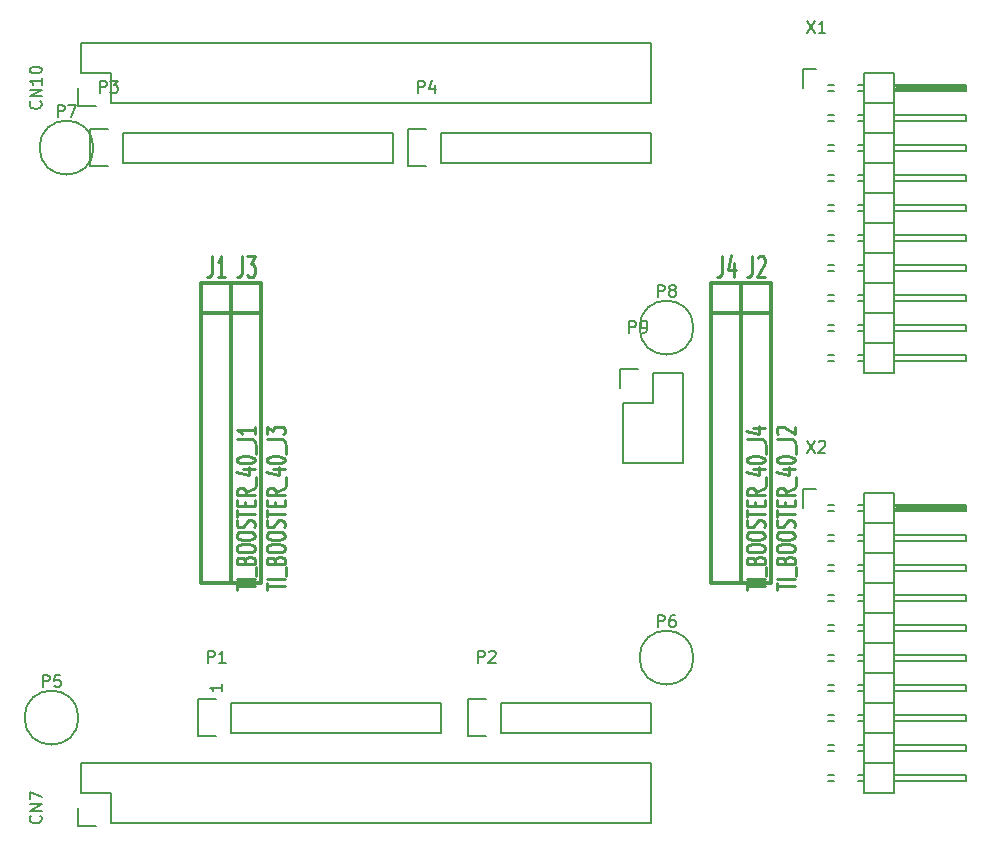
<source format=gto>
G04 #@! TF.FileFunction,Legend,Top*
%FSLAX46Y46*%
G04 Gerber Fmt 4.6, Leading zero omitted, Abs format (unit mm)*
G04 Created by KiCad (PCBNEW 4.0.2-stable) date 12/8/2016 2:04:04 PM*
%MOMM*%
G01*
G04 APERTURE LIST*
%ADD10C,0.150000*%
%ADD11C,0.304800*%
%ADD12C,0.271780*%
%ADD13C,0.254000*%
G04 APERTURE END LIST*
D10*
X209240381Y-172434285D02*
X209240381Y-173005714D01*
X209240381Y-172720000D02*
X208240381Y-172720000D01*
X208383238Y-172815238D01*
X208478476Y-172910476D01*
X208526095Y-173005714D01*
X261112000Y-157226000D02*
X260604000Y-157226000D01*
X261112000Y-157734000D02*
X260604000Y-157734000D01*
X261112000Y-180594000D02*
X260604000Y-180594000D01*
X261112000Y-180086000D02*
X260604000Y-180086000D01*
X261112000Y-175006000D02*
X260604000Y-175006000D01*
X261112000Y-175514000D02*
X260604000Y-175514000D01*
X261112000Y-177546000D02*
X260604000Y-177546000D01*
X261112000Y-178054000D02*
X260604000Y-178054000D01*
X261112000Y-172974000D02*
X260604000Y-172974000D01*
X261112000Y-172466000D02*
X260604000Y-172466000D01*
X261112000Y-170434000D02*
X260604000Y-170434000D01*
X261112000Y-169926000D02*
X260604000Y-169926000D01*
X261112000Y-159766000D02*
X260604000Y-159766000D01*
X261112000Y-160274000D02*
X260604000Y-160274000D01*
X261112000Y-162306000D02*
X260604000Y-162306000D01*
X261112000Y-162814000D02*
X260604000Y-162814000D01*
X261112000Y-167894000D02*
X260604000Y-167894000D01*
X261112000Y-167386000D02*
X260604000Y-167386000D01*
X261112000Y-165354000D02*
X260604000Y-165354000D01*
X261112000Y-164846000D02*
X260604000Y-164846000D01*
X263652000Y-180594000D02*
X263144000Y-180594000D01*
X263652000Y-180086000D02*
X263144000Y-180086000D01*
X263652000Y-178054000D02*
X263144000Y-178054000D01*
X263652000Y-177546000D02*
X263144000Y-177546000D01*
X263652000Y-172466000D02*
X263144000Y-172466000D01*
X263652000Y-172974000D02*
X263144000Y-172974000D01*
X263652000Y-175006000D02*
X263144000Y-175006000D01*
X263652000Y-175514000D02*
X263144000Y-175514000D01*
X263652000Y-170434000D02*
X263144000Y-170434000D01*
X263652000Y-169926000D02*
X263144000Y-169926000D01*
X263652000Y-167894000D02*
X263144000Y-167894000D01*
X263652000Y-167386000D02*
X263144000Y-167386000D01*
X263652000Y-157226000D02*
X263144000Y-157226000D01*
X263652000Y-157734000D02*
X263144000Y-157734000D01*
X263652000Y-159766000D02*
X263144000Y-159766000D01*
X263652000Y-160274000D02*
X263144000Y-160274000D01*
X263652000Y-165354000D02*
X263144000Y-165354000D01*
X263652000Y-164846000D02*
X263144000Y-164846000D01*
X263652000Y-162814000D02*
X263144000Y-162814000D01*
X263652000Y-162306000D02*
X263144000Y-162306000D01*
X259588000Y-155930000D02*
X258438000Y-155930000D01*
X258438000Y-155930000D02*
X258438000Y-157480000D01*
X266192000Y-157353000D02*
X272161000Y-157353000D01*
X272161000Y-157353000D02*
X272161000Y-157607000D01*
X272161000Y-157607000D02*
X266319000Y-157607000D01*
X266319000Y-157607000D02*
X266319000Y-157480000D01*
X266319000Y-157480000D02*
X272161000Y-157480000D01*
X263652000Y-176530000D02*
X266192000Y-176530000D01*
X263652000Y-176530000D02*
X263652000Y-179070000D01*
X263652000Y-179070000D02*
X266192000Y-179070000D01*
X266192000Y-177546000D02*
X272288000Y-177546000D01*
X272288000Y-177546000D02*
X272288000Y-178054000D01*
X272288000Y-178054000D02*
X266192000Y-178054000D01*
X266192000Y-179070000D02*
X266192000Y-176530000D01*
X266192000Y-181610000D02*
X266192000Y-179070000D01*
X272288000Y-180594000D02*
X266192000Y-180594000D01*
X272288000Y-180086000D02*
X272288000Y-180594000D01*
X266192000Y-180086000D02*
X272288000Y-180086000D01*
X263652000Y-179070000D02*
X263652000Y-181610000D01*
X263652000Y-179070000D02*
X266192000Y-179070000D01*
X263652000Y-181610000D02*
X266192000Y-181610000D01*
X263652000Y-166370000D02*
X266192000Y-166370000D01*
X263652000Y-166370000D02*
X263652000Y-168910000D01*
X263652000Y-168910000D02*
X266192000Y-168910000D01*
X266192000Y-167386000D02*
X272288000Y-167386000D01*
X272288000Y-167386000D02*
X272288000Y-167894000D01*
X272288000Y-167894000D02*
X266192000Y-167894000D01*
X266192000Y-168910000D02*
X266192000Y-166370000D01*
X266192000Y-171450000D02*
X266192000Y-168910000D01*
X272288000Y-170434000D02*
X266192000Y-170434000D01*
X272288000Y-169926000D02*
X272288000Y-170434000D01*
X266192000Y-169926000D02*
X272288000Y-169926000D01*
X263652000Y-171450000D02*
X266192000Y-171450000D01*
X263652000Y-168910000D02*
X263652000Y-171450000D01*
X263652000Y-168910000D02*
X266192000Y-168910000D01*
X263652000Y-173990000D02*
X266192000Y-173990000D01*
X263652000Y-173990000D02*
X263652000Y-176530000D01*
X263652000Y-176530000D02*
X266192000Y-176530000D01*
X266192000Y-175006000D02*
X272288000Y-175006000D01*
X272288000Y-175006000D02*
X272288000Y-175514000D01*
X272288000Y-175514000D02*
X266192000Y-175514000D01*
X266192000Y-176530000D02*
X266192000Y-173990000D01*
X266192000Y-173990000D02*
X266192000Y-171450000D01*
X272288000Y-172974000D02*
X266192000Y-172974000D01*
X272288000Y-172466000D02*
X272288000Y-172974000D01*
X266192000Y-172466000D02*
X272288000Y-172466000D01*
X263652000Y-173990000D02*
X266192000Y-173990000D01*
X263652000Y-171450000D02*
X263652000Y-173990000D01*
X263652000Y-171450000D02*
X266192000Y-171450000D01*
X263652000Y-161290000D02*
X266192000Y-161290000D01*
X263652000Y-161290000D02*
X263652000Y-163830000D01*
X263652000Y-163830000D02*
X266192000Y-163830000D01*
X266192000Y-162306000D02*
X272288000Y-162306000D01*
X272288000Y-162306000D02*
X272288000Y-162814000D01*
X272288000Y-162814000D02*
X266192000Y-162814000D01*
X266192000Y-163830000D02*
X266192000Y-161290000D01*
X266192000Y-166370000D02*
X266192000Y-163830000D01*
X272288000Y-165354000D02*
X266192000Y-165354000D01*
X272288000Y-164846000D02*
X272288000Y-165354000D01*
X266192000Y-164846000D02*
X272288000Y-164846000D01*
X263652000Y-166370000D02*
X266192000Y-166370000D01*
X263652000Y-163830000D02*
X263652000Y-166370000D01*
X263652000Y-163830000D02*
X266192000Y-163830000D01*
X263652000Y-158750000D02*
X266192000Y-158750000D01*
X263652000Y-158750000D02*
X263652000Y-161290000D01*
X263652000Y-161290000D02*
X266192000Y-161290000D01*
X266192000Y-159766000D02*
X272288000Y-159766000D01*
X272288000Y-159766000D02*
X272288000Y-160274000D01*
X272288000Y-160274000D02*
X266192000Y-160274000D01*
X266192000Y-161290000D02*
X266192000Y-158750000D01*
X266192000Y-158750000D02*
X266192000Y-156210000D01*
X272288000Y-157734000D02*
X266192000Y-157734000D01*
X272288000Y-157226000D02*
X272288000Y-157734000D01*
X266192000Y-157226000D02*
X272288000Y-157226000D01*
X263652000Y-158750000D02*
X266192000Y-158750000D01*
X263652000Y-156210000D02*
X263652000Y-158750000D01*
X263652000Y-156210000D02*
X266192000Y-156210000D01*
D11*
X207518000Y-138430000D02*
X210058000Y-138430000D01*
X210058000Y-138430000D02*
X210058000Y-163830000D01*
X210058000Y-163830000D02*
X207518000Y-163830000D01*
X207518000Y-163830000D02*
X207518000Y-138430000D01*
X207518000Y-140970000D02*
X210058000Y-140970000D01*
X253238000Y-138430000D02*
X255778000Y-138430000D01*
X255778000Y-138430000D02*
X255778000Y-163830000D01*
X255778000Y-163830000D02*
X253238000Y-163830000D01*
X253238000Y-163830000D02*
X253238000Y-138430000D01*
X253238000Y-140970000D02*
X255778000Y-140970000D01*
X210058000Y-138430000D02*
X212598000Y-138430000D01*
X212598000Y-138430000D02*
X212598000Y-163830000D01*
X212598000Y-163830000D02*
X210058000Y-163830000D01*
X210058000Y-163830000D02*
X210058000Y-138430000D01*
X210058000Y-140970000D02*
X212598000Y-140970000D01*
X250698000Y-138430000D02*
X253238000Y-138430000D01*
X253238000Y-138430000D02*
X253238000Y-163830000D01*
X253238000Y-163830000D02*
X250698000Y-163830000D01*
X250698000Y-163830000D02*
X250698000Y-138430000D01*
X250698000Y-140970000D02*
X253238000Y-140970000D01*
D10*
X210058000Y-176530000D02*
X227838000Y-176530000D01*
X227838000Y-176530000D02*
X227838000Y-173990000D01*
X227838000Y-173990000D02*
X210058000Y-173990000D01*
X207238000Y-176810000D02*
X208788000Y-176810000D01*
X210058000Y-176530000D02*
X210058000Y-173990000D01*
X208788000Y-173710000D02*
X207238000Y-173710000D01*
X207238000Y-173710000D02*
X207238000Y-176810000D01*
X232918000Y-176530000D02*
X245618000Y-176530000D01*
X245618000Y-176530000D02*
X245618000Y-173990000D01*
X245618000Y-173990000D02*
X232918000Y-173990000D01*
X230098000Y-176810000D02*
X231648000Y-176810000D01*
X232918000Y-176530000D02*
X232918000Y-173990000D01*
X231648000Y-173710000D02*
X230098000Y-173710000D01*
X230098000Y-173710000D02*
X230098000Y-176810000D01*
X200914000Y-128270000D02*
X223774000Y-128270000D01*
X223774000Y-128270000D02*
X223774000Y-125730000D01*
X223774000Y-125730000D02*
X200914000Y-125730000D01*
X198094000Y-128550000D02*
X199644000Y-128550000D01*
X200914000Y-128270000D02*
X200914000Y-125730000D01*
X199644000Y-125450000D02*
X198094000Y-125450000D01*
X198094000Y-125450000D02*
X198094000Y-128550000D01*
X227838000Y-128270000D02*
X245618000Y-128270000D01*
X245618000Y-128270000D02*
X245618000Y-125730000D01*
X245618000Y-125730000D02*
X227838000Y-125730000D01*
X225018000Y-128550000D02*
X226568000Y-128550000D01*
X227838000Y-128270000D02*
X227838000Y-125730000D01*
X226568000Y-125450000D02*
X225018000Y-125450000D01*
X225018000Y-125450000D02*
X225018000Y-128550000D01*
X197104000Y-175260000D02*
G75*
G03X197104000Y-175260000I-2286000J0D01*
G01*
X249174000Y-170180000D02*
G75*
G03X249174000Y-170180000I-2286000J0D01*
G01*
X198374000Y-127000000D02*
G75*
G03X198374000Y-127000000I-2286000J0D01*
G01*
X249174000Y-142240000D02*
G75*
G03X249174000Y-142240000I-2286000J0D01*
G01*
X243205000Y-148590000D02*
X243205000Y-153670000D01*
X242925000Y-145770000D02*
X244475000Y-145770000D01*
X245745000Y-146050000D02*
X245745000Y-148590000D01*
X245745000Y-148590000D02*
X243205000Y-148590000D01*
X243205000Y-153670000D02*
X248285000Y-153670000D01*
X248285000Y-153670000D02*
X248285000Y-148590000D01*
X242925000Y-145770000D02*
X242925000Y-147320000D01*
X248285000Y-146050000D02*
X245745000Y-146050000D01*
X248285000Y-148590000D02*
X248285000Y-146050000D01*
X197358000Y-179070000D02*
X245618000Y-179070000D01*
X245618000Y-184150000D02*
X199898000Y-184150000D01*
X245618000Y-179070000D02*
X245618000Y-184150000D01*
X197358000Y-179070000D02*
X197358000Y-181610000D01*
X197078000Y-182880000D02*
X197078000Y-184430000D01*
X197358000Y-181610000D02*
X199898000Y-181610000D01*
X199898000Y-181610000D02*
X199898000Y-184150000D01*
X197078000Y-184430000D02*
X198628000Y-184430000D01*
X197358000Y-118110000D02*
X245618000Y-118110000D01*
X245618000Y-123190000D02*
X199898000Y-123190000D01*
X245618000Y-118110000D02*
X245618000Y-123190000D01*
X197358000Y-118110000D02*
X197358000Y-120650000D01*
X197078000Y-121920000D02*
X197078000Y-123470000D01*
X197358000Y-120650000D02*
X199898000Y-120650000D01*
X199898000Y-120650000D02*
X199898000Y-123190000D01*
X197078000Y-123470000D02*
X198628000Y-123470000D01*
X261112000Y-121666000D02*
X260604000Y-121666000D01*
X261112000Y-122174000D02*
X260604000Y-122174000D01*
X261112000Y-145034000D02*
X260604000Y-145034000D01*
X261112000Y-144526000D02*
X260604000Y-144526000D01*
X261112000Y-139446000D02*
X260604000Y-139446000D01*
X261112000Y-139954000D02*
X260604000Y-139954000D01*
X261112000Y-141986000D02*
X260604000Y-141986000D01*
X261112000Y-142494000D02*
X260604000Y-142494000D01*
X261112000Y-137414000D02*
X260604000Y-137414000D01*
X261112000Y-136906000D02*
X260604000Y-136906000D01*
X261112000Y-134874000D02*
X260604000Y-134874000D01*
X261112000Y-134366000D02*
X260604000Y-134366000D01*
X261112000Y-124206000D02*
X260604000Y-124206000D01*
X261112000Y-124714000D02*
X260604000Y-124714000D01*
X261112000Y-126746000D02*
X260604000Y-126746000D01*
X261112000Y-127254000D02*
X260604000Y-127254000D01*
X261112000Y-132334000D02*
X260604000Y-132334000D01*
X261112000Y-131826000D02*
X260604000Y-131826000D01*
X261112000Y-129794000D02*
X260604000Y-129794000D01*
X261112000Y-129286000D02*
X260604000Y-129286000D01*
X263652000Y-145034000D02*
X263144000Y-145034000D01*
X263652000Y-144526000D02*
X263144000Y-144526000D01*
X263652000Y-142494000D02*
X263144000Y-142494000D01*
X263652000Y-141986000D02*
X263144000Y-141986000D01*
X263652000Y-136906000D02*
X263144000Y-136906000D01*
X263652000Y-137414000D02*
X263144000Y-137414000D01*
X263652000Y-139446000D02*
X263144000Y-139446000D01*
X263652000Y-139954000D02*
X263144000Y-139954000D01*
X263652000Y-134874000D02*
X263144000Y-134874000D01*
X263652000Y-134366000D02*
X263144000Y-134366000D01*
X263652000Y-132334000D02*
X263144000Y-132334000D01*
X263652000Y-131826000D02*
X263144000Y-131826000D01*
X263652000Y-121666000D02*
X263144000Y-121666000D01*
X263652000Y-122174000D02*
X263144000Y-122174000D01*
X263652000Y-124206000D02*
X263144000Y-124206000D01*
X263652000Y-124714000D02*
X263144000Y-124714000D01*
X263652000Y-129794000D02*
X263144000Y-129794000D01*
X263652000Y-129286000D02*
X263144000Y-129286000D01*
X263652000Y-127254000D02*
X263144000Y-127254000D01*
X263652000Y-126746000D02*
X263144000Y-126746000D01*
X259588000Y-120370000D02*
X258438000Y-120370000D01*
X258438000Y-120370000D02*
X258438000Y-121920000D01*
X266192000Y-121793000D02*
X272161000Y-121793000D01*
X272161000Y-121793000D02*
X272161000Y-122047000D01*
X272161000Y-122047000D02*
X266319000Y-122047000D01*
X266319000Y-122047000D02*
X266319000Y-121920000D01*
X266319000Y-121920000D02*
X272161000Y-121920000D01*
X263652000Y-140970000D02*
X266192000Y-140970000D01*
X263652000Y-140970000D02*
X263652000Y-143510000D01*
X263652000Y-143510000D02*
X266192000Y-143510000D01*
X266192000Y-141986000D02*
X272288000Y-141986000D01*
X272288000Y-141986000D02*
X272288000Y-142494000D01*
X272288000Y-142494000D02*
X266192000Y-142494000D01*
X266192000Y-143510000D02*
X266192000Y-140970000D01*
X266192000Y-146050000D02*
X266192000Y-143510000D01*
X272288000Y-145034000D02*
X266192000Y-145034000D01*
X272288000Y-144526000D02*
X272288000Y-145034000D01*
X266192000Y-144526000D02*
X272288000Y-144526000D01*
X263652000Y-143510000D02*
X263652000Y-146050000D01*
X263652000Y-143510000D02*
X266192000Y-143510000D01*
X263652000Y-146050000D02*
X266192000Y-146050000D01*
X263652000Y-130810000D02*
X266192000Y-130810000D01*
X263652000Y-130810000D02*
X263652000Y-133350000D01*
X263652000Y-133350000D02*
X266192000Y-133350000D01*
X266192000Y-131826000D02*
X272288000Y-131826000D01*
X272288000Y-131826000D02*
X272288000Y-132334000D01*
X272288000Y-132334000D02*
X266192000Y-132334000D01*
X266192000Y-133350000D02*
X266192000Y-130810000D01*
X266192000Y-135890000D02*
X266192000Y-133350000D01*
X272288000Y-134874000D02*
X266192000Y-134874000D01*
X272288000Y-134366000D02*
X272288000Y-134874000D01*
X266192000Y-134366000D02*
X272288000Y-134366000D01*
X263652000Y-135890000D02*
X266192000Y-135890000D01*
X263652000Y-133350000D02*
X263652000Y-135890000D01*
X263652000Y-133350000D02*
X266192000Y-133350000D01*
X263652000Y-138430000D02*
X266192000Y-138430000D01*
X263652000Y-138430000D02*
X263652000Y-140970000D01*
X263652000Y-140970000D02*
X266192000Y-140970000D01*
X266192000Y-139446000D02*
X272288000Y-139446000D01*
X272288000Y-139446000D02*
X272288000Y-139954000D01*
X272288000Y-139954000D02*
X266192000Y-139954000D01*
X266192000Y-140970000D02*
X266192000Y-138430000D01*
X266192000Y-138430000D02*
X266192000Y-135890000D01*
X272288000Y-137414000D02*
X266192000Y-137414000D01*
X272288000Y-136906000D02*
X272288000Y-137414000D01*
X266192000Y-136906000D02*
X272288000Y-136906000D01*
X263652000Y-138430000D02*
X266192000Y-138430000D01*
X263652000Y-135890000D02*
X263652000Y-138430000D01*
X263652000Y-135890000D02*
X266192000Y-135890000D01*
X263652000Y-125730000D02*
X266192000Y-125730000D01*
X263652000Y-125730000D02*
X263652000Y-128270000D01*
X263652000Y-128270000D02*
X266192000Y-128270000D01*
X266192000Y-126746000D02*
X272288000Y-126746000D01*
X272288000Y-126746000D02*
X272288000Y-127254000D01*
X272288000Y-127254000D02*
X266192000Y-127254000D01*
X266192000Y-128270000D02*
X266192000Y-125730000D01*
X266192000Y-130810000D02*
X266192000Y-128270000D01*
X272288000Y-129794000D02*
X266192000Y-129794000D01*
X272288000Y-129286000D02*
X272288000Y-129794000D01*
X266192000Y-129286000D02*
X272288000Y-129286000D01*
X263652000Y-130810000D02*
X266192000Y-130810000D01*
X263652000Y-128270000D02*
X263652000Y-130810000D01*
X263652000Y-128270000D02*
X266192000Y-128270000D01*
X263652000Y-123190000D02*
X266192000Y-123190000D01*
X263652000Y-123190000D02*
X263652000Y-125730000D01*
X263652000Y-125730000D02*
X266192000Y-125730000D01*
X266192000Y-124206000D02*
X272288000Y-124206000D01*
X272288000Y-124206000D02*
X272288000Y-124714000D01*
X272288000Y-124714000D02*
X266192000Y-124714000D01*
X266192000Y-125730000D02*
X266192000Y-123190000D01*
X266192000Y-123190000D02*
X266192000Y-120650000D01*
X272288000Y-122174000D02*
X266192000Y-122174000D01*
X272288000Y-121666000D02*
X272288000Y-122174000D01*
X266192000Y-121666000D02*
X272288000Y-121666000D01*
X263652000Y-123190000D02*
X266192000Y-123190000D01*
X263652000Y-120650000D02*
X263652000Y-123190000D01*
X263652000Y-120650000D02*
X266192000Y-120650000D01*
X258778476Y-151832381D02*
X259445143Y-152832381D01*
X259445143Y-151832381D02*
X258778476Y-152832381D01*
X259778476Y-151927619D02*
X259826095Y-151880000D01*
X259921333Y-151832381D01*
X260159429Y-151832381D01*
X260254667Y-151880000D01*
X260302286Y-151927619D01*
X260349905Y-152022857D01*
X260349905Y-152118095D01*
X260302286Y-152260952D01*
X259730857Y-152832381D01*
X260349905Y-152832381D01*
D12*
X208425627Y-136212761D02*
X208425627Y-137448290D01*
X208373859Y-137695396D01*
X208270324Y-137860133D01*
X208115021Y-137942501D01*
X208011486Y-137942501D01*
X209512747Y-137942501D02*
X208891535Y-137942501D01*
X209202141Y-137942501D02*
X209202141Y-136212761D01*
X209098606Y-136459867D01*
X208995071Y-136624604D01*
X208891535Y-136706973D01*
D11*
D13*
X210493429Y-164422666D02*
X210493429Y-163842095D01*
X212017429Y-164132380D02*
X210493429Y-164132380D01*
X212017429Y-163503428D02*
X210493429Y-163503428D01*
X212162571Y-163261523D02*
X212162571Y-162487428D01*
X211219143Y-161906857D02*
X211291714Y-161761714D01*
X211364286Y-161713333D01*
X211509429Y-161664952D01*
X211727143Y-161664952D01*
X211872286Y-161713333D01*
X211944857Y-161761714D01*
X212017429Y-161858476D01*
X212017429Y-162245523D01*
X210493429Y-162245523D01*
X210493429Y-161906857D01*
X210566000Y-161810095D01*
X210638571Y-161761714D01*
X210783714Y-161713333D01*
X210928857Y-161713333D01*
X211074000Y-161761714D01*
X211146571Y-161810095D01*
X211219143Y-161906857D01*
X211219143Y-162245523D01*
X210493429Y-161035999D02*
X210493429Y-160842476D01*
X210566000Y-160745714D01*
X210711143Y-160648952D01*
X211001429Y-160600571D01*
X211509429Y-160600571D01*
X211799714Y-160648952D01*
X211944857Y-160745714D01*
X212017429Y-160842476D01*
X212017429Y-161035999D01*
X211944857Y-161132761D01*
X211799714Y-161229523D01*
X211509429Y-161277904D01*
X211001429Y-161277904D01*
X210711143Y-161229523D01*
X210566000Y-161132761D01*
X210493429Y-161035999D01*
X210493429Y-159971618D02*
X210493429Y-159778095D01*
X210566000Y-159681333D01*
X210711143Y-159584571D01*
X211001429Y-159536190D01*
X211509429Y-159536190D01*
X211799714Y-159584571D01*
X211944857Y-159681333D01*
X212017429Y-159778095D01*
X212017429Y-159971618D01*
X211944857Y-160068380D01*
X211799714Y-160165142D01*
X211509429Y-160213523D01*
X211001429Y-160213523D01*
X210711143Y-160165142D01*
X210566000Y-160068380D01*
X210493429Y-159971618D01*
X211944857Y-159149142D02*
X212017429Y-159003999D01*
X212017429Y-158762095D01*
X211944857Y-158665333D01*
X211872286Y-158616952D01*
X211727143Y-158568571D01*
X211582000Y-158568571D01*
X211436857Y-158616952D01*
X211364286Y-158665333D01*
X211291714Y-158762095D01*
X211219143Y-158955618D01*
X211146571Y-159052380D01*
X211074000Y-159100761D01*
X210928857Y-159149142D01*
X210783714Y-159149142D01*
X210638571Y-159100761D01*
X210566000Y-159052380D01*
X210493429Y-158955618D01*
X210493429Y-158713714D01*
X210566000Y-158568571D01*
X210493429Y-158278285D02*
X210493429Y-157697714D01*
X212017429Y-157987999D02*
X210493429Y-157987999D01*
X211219143Y-157359047D02*
X211219143Y-157020381D01*
X212017429Y-156875238D02*
X212017429Y-157359047D01*
X210493429Y-157359047D01*
X210493429Y-156875238D01*
X212017429Y-155859238D02*
X211291714Y-156197904D01*
X212017429Y-156439809D02*
X210493429Y-156439809D01*
X210493429Y-156052762D01*
X210566000Y-155956000D01*
X210638571Y-155907619D01*
X210783714Y-155859238D01*
X211001429Y-155859238D01*
X211146571Y-155907619D01*
X211219143Y-155956000D01*
X211291714Y-156052762D01*
X211291714Y-156439809D01*
X212162571Y-155665714D02*
X212162571Y-154891619D01*
X211001429Y-154214286D02*
X212017429Y-154214286D01*
X210420857Y-154456190D02*
X211509429Y-154698095D01*
X211509429Y-154069143D01*
X210493429Y-153488571D02*
X210493429Y-153391810D01*
X210566000Y-153295048D01*
X210638571Y-153246667D01*
X210783714Y-153198286D01*
X211074000Y-153149905D01*
X211436857Y-153149905D01*
X211727143Y-153198286D01*
X211872286Y-153246667D01*
X211944857Y-153295048D01*
X212017429Y-153391810D01*
X212017429Y-153488571D01*
X211944857Y-153585333D01*
X211872286Y-153633714D01*
X211727143Y-153682095D01*
X211436857Y-153730476D01*
X211074000Y-153730476D01*
X210783714Y-153682095D01*
X210638571Y-153633714D01*
X210566000Y-153585333D01*
X210493429Y-153488571D01*
X212162571Y-152956381D02*
X212162571Y-152182286D01*
X210493429Y-151650096D02*
X211582000Y-151650096D01*
X211799714Y-151698476D01*
X211944857Y-151795238D01*
X212017429Y-151940381D01*
X212017429Y-152037143D01*
X212017429Y-150634096D02*
X212017429Y-151214667D01*
X212017429Y-150924381D02*
X210493429Y-150924381D01*
X210711143Y-151021143D01*
X210856286Y-151117905D01*
X210928857Y-151214667D01*
D11*
D12*
X254145627Y-136212761D02*
X254145627Y-137448290D01*
X254093859Y-137695396D01*
X253990324Y-137860133D01*
X253835021Y-137942501D01*
X253731486Y-137942501D01*
X254611535Y-136377499D02*
X254663303Y-136295130D01*
X254766838Y-136212761D01*
X255025676Y-136212761D01*
X255129212Y-136295130D01*
X255180979Y-136377499D01*
X255232747Y-136542236D01*
X255232747Y-136706973D01*
X255180979Y-136954079D01*
X254559768Y-137942501D01*
X255232747Y-137942501D01*
D11*
D13*
X256213429Y-164422666D02*
X256213429Y-163842095D01*
X257737429Y-164132380D02*
X256213429Y-164132380D01*
X257737429Y-163503428D02*
X256213429Y-163503428D01*
X257882571Y-163261523D02*
X257882571Y-162487428D01*
X256939143Y-161906857D02*
X257011714Y-161761714D01*
X257084286Y-161713333D01*
X257229429Y-161664952D01*
X257447143Y-161664952D01*
X257592286Y-161713333D01*
X257664857Y-161761714D01*
X257737429Y-161858476D01*
X257737429Y-162245523D01*
X256213429Y-162245523D01*
X256213429Y-161906857D01*
X256286000Y-161810095D01*
X256358571Y-161761714D01*
X256503714Y-161713333D01*
X256648857Y-161713333D01*
X256794000Y-161761714D01*
X256866571Y-161810095D01*
X256939143Y-161906857D01*
X256939143Y-162245523D01*
X256213429Y-161035999D02*
X256213429Y-160842476D01*
X256286000Y-160745714D01*
X256431143Y-160648952D01*
X256721429Y-160600571D01*
X257229429Y-160600571D01*
X257519714Y-160648952D01*
X257664857Y-160745714D01*
X257737429Y-160842476D01*
X257737429Y-161035999D01*
X257664857Y-161132761D01*
X257519714Y-161229523D01*
X257229429Y-161277904D01*
X256721429Y-161277904D01*
X256431143Y-161229523D01*
X256286000Y-161132761D01*
X256213429Y-161035999D01*
X256213429Y-159971618D02*
X256213429Y-159778095D01*
X256286000Y-159681333D01*
X256431143Y-159584571D01*
X256721429Y-159536190D01*
X257229429Y-159536190D01*
X257519714Y-159584571D01*
X257664857Y-159681333D01*
X257737429Y-159778095D01*
X257737429Y-159971618D01*
X257664857Y-160068380D01*
X257519714Y-160165142D01*
X257229429Y-160213523D01*
X256721429Y-160213523D01*
X256431143Y-160165142D01*
X256286000Y-160068380D01*
X256213429Y-159971618D01*
X257664857Y-159149142D02*
X257737429Y-159003999D01*
X257737429Y-158762095D01*
X257664857Y-158665333D01*
X257592286Y-158616952D01*
X257447143Y-158568571D01*
X257302000Y-158568571D01*
X257156857Y-158616952D01*
X257084286Y-158665333D01*
X257011714Y-158762095D01*
X256939143Y-158955618D01*
X256866571Y-159052380D01*
X256794000Y-159100761D01*
X256648857Y-159149142D01*
X256503714Y-159149142D01*
X256358571Y-159100761D01*
X256286000Y-159052380D01*
X256213429Y-158955618D01*
X256213429Y-158713714D01*
X256286000Y-158568571D01*
X256213429Y-158278285D02*
X256213429Y-157697714D01*
X257737429Y-157987999D02*
X256213429Y-157987999D01*
X256939143Y-157359047D02*
X256939143Y-157020381D01*
X257737429Y-156875238D02*
X257737429Y-157359047D01*
X256213429Y-157359047D01*
X256213429Y-156875238D01*
X257737429Y-155859238D02*
X257011714Y-156197904D01*
X257737429Y-156439809D02*
X256213429Y-156439809D01*
X256213429Y-156052762D01*
X256286000Y-155956000D01*
X256358571Y-155907619D01*
X256503714Y-155859238D01*
X256721429Y-155859238D01*
X256866571Y-155907619D01*
X256939143Y-155956000D01*
X257011714Y-156052762D01*
X257011714Y-156439809D01*
X257882571Y-155665714D02*
X257882571Y-154891619D01*
X256721429Y-154214286D02*
X257737429Y-154214286D01*
X256140857Y-154456190D02*
X257229429Y-154698095D01*
X257229429Y-154069143D01*
X256213429Y-153488571D02*
X256213429Y-153391810D01*
X256286000Y-153295048D01*
X256358571Y-153246667D01*
X256503714Y-153198286D01*
X256794000Y-153149905D01*
X257156857Y-153149905D01*
X257447143Y-153198286D01*
X257592286Y-153246667D01*
X257664857Y-153295048D01*
X257737429Y-153391810D01*
X257737429Y-153488571D01*
X257664857Y-153585333D01*
X257592286Y-153633714D01*
X257447143Y-153682095D01*
X257156857Y-153730476D01*
X256794000Y-153730476D01*
X256503714Y-153682095D01*
X256358571Y-153633714D01*
X256286000Y-153585333D01*
X256213429Y-153488571D01*
X257882571Y-152956381D02*
X257882571Y-152182286D01*
X256213429Y-151650096D02*
X257302000Y-151650096D01*
X257519714Y-151698476D01*
X257664857Y-151795238D01*
X257737429Y-151940381D01*
X257737429Y-152037143D01*
X256358571Y-151214667D02*
X256286000Y-151166286D01*
X256213429Y-151069524D01*
X256213429Y-150827620D01*
X256286000Y-150730858D01*
X256358571Y-150682477D01*
X256503714Y-150634096D01*
X256648857Y-150634096D01*
X256866571Y-150682477D01*
X257737429Y-151263048D01*
X257737429Y-150634096D01*
D11*
D12*
X210965627Y-136212761D02*
X210965627Y-137448290D01*
X210913859Y-137695396D01*
X210810324Y-137860133D01*
X210655021Y-137942501D01*
X210551486Y-137942501D01*
X211379768Y-136212761D02*
X212052747Y-136212761D01*
X211690374Y-136871710D01*
X211845676Y-136871710D01*
X211949212Y-136954079D01*
X212000979Y-137036447D01*
X212052747Y-137201184D01*
X212052747Y-137613027D01*
X212000979Y-137777764D01*
X211949212Y-137860133D01*
X211845676Y-137942501D01*
X211535071Y-137942501D01*
X211431535Y-137860133D01*
X211379768Y-137777764D01*
D11*
D13*
X213033429Y-164422666D02*
X213033429Y-163842095D01*
X214557429Y-164132380D02*
X213033429Y-164132380D01*
X214557429Y-163503428D02*
X213033429Y-163503428D01*
X214702571Y-163261523D02*
X214702571Y-162487428D01*
X213759143Y-161906857D02*
X213831714Y-161761714D01*
X213904286Y-161713333D01*
X214049429Y-161664952D01*
X214267143Y-161664952D01*
X214412286Y-161713333D01*
X214484857Y-161761714D01*
X214557429Y-161858476D01*
X214557429Y-162245523D01*
X213033429Y-162245523D01*
X213033429Y-161906857D01*
X213106000Y-161810095D01*
X213178571Y-161761714D01*
X213323714Y-161713333D01*
X213468857Y-161713333D01*
X213614000Y-161761714D01*
X213686571Y-161810095D01*
X213759143Y-161906857D01*
X213759143Y-162245523D01*
X213033429Y-161035999D02*
X213033429Y-160842476D01*
X213106000Y-160745714D01*
X213251143Y-160648952D01*
X213541429Y-160600571D01*
X214049429Y-160600571D01*
X214339714Y-160648952D01*
X214484857Y-160745714D01*
X214557429Y-160842476D01*
X214557429Y-161035999D01*
X214484857Y-161132761D01*
X214339714Y-161229523D01*
X214049429Y-161277904D01*
X213541429Y-161277904D01*
X213251143Y-161229523D01*
X213106000Y-161132761D01*
X213033429Y-161035999D01*
X213033429Y-159971618D02*
X213033429Y-159778095D01*
X213106000Y-159681333D01*
X213251143Y-159584571D01*
X213541429Y-159536190D01*
X214049429Y-159536190D01*
X214339714Y-159584571D01*
X214484857Y-159681333D01*
X214557429Y-159778095D01*
X214557429Y-159971618D01*
X214484857Y-160068380D01*
X214339714Y-160165142D01*
X214049429Y-160213523D01*
X213541429Y-160213523D01*
X213251143Y-160165142D01*
X213106000Y-160068380D01*
X213033429Y-159971618D01*
X214484857Y-159149142D02*
X214557429Y-159003999D01*
X214557429Y-158762095D01*
X214484857Y-158665333D01*
X214412286Y-158616952D01*
X214267143Y-158568571D01*
X214122000Y-158568571D01*
X213976857Y-158616952D01*
X213904286Y-158665333D01*
X213831714Y-158762095D01*
X213759143Y-158955618D01*
X213686571Y-159052380D01*
X213614000Y-159100761D01*
X213468857Y-159149142D01*
X213323714Y-159149142D01*
X213178571Y-159100761D01*
X213106000Y-159052380D01*
X213033429Y-158955618D01*
X213033429Y-158713714D01*
X213106000Y-158568571D01*
X213033429Y-158278285D02*
X213033429Y-157697714D01*
X214557429Y-157987999D02*
X213033429Y-157987999D01*
X213759143Y-157359047D02*
X213759143Y-157020381D01*
X214557429Y-156875238D02*
X214557429Y-157359047D01*
X213033429Y-157359047D01*
X213033429Y-156875238D01*
X214557429Y-155859238D02*
X213831714Y-156197904D01*
X214557429Y-156439809D02*
X213033429Y-156439809D01*
X213033429Y-156052762D01*
X213106000Y-155956000D01*
X213178571Y-155907619D01*
X213323714Y-155859238D01*
X213541429Y-155859238D01*
X213686571Y-155907619D01*
X213759143Y-155956000D01*
X213831714Y-156052762D01*
X213831714Y-156439809D01*
X214702571Y-155665714D02*
X214702571Y-154891619D01*
X213541429Y-154214286D02*
X214557429Y-154214286D01*
X212960857Y-154456190D02*
X214049429Y-154698095D01*
X214049429Y-154069143D01*
X213033429Y-153488571D02*
X213033429Y-153391810D01*
X213106000Y-153295048D01*
X213178571Y-153246667D01*
X213323714Y-153198286D01*
X213614000Y-153149905D01*
X213976857Y-153149905D01*
X214267143Y-153198286D01*
X214412286Y-153246667D01*
X214484857Y-153295048D01*
X214557429Y-153391810D01*
X214557429Y-153488571D01*
X214484857Y-153585333D01*
X214412286Y-153633714D01*
X214267143Y-153682095D01*
X213976857Y-153730476D01*
X213614000Y-153730476D01*
X213323714Y-153682095D01*
X213178571Y-153633714D01*
X213106000Y-153585333D01*
X213033429Y-153488571D01*
X214702571Y-152956381D02*
X214702571Y-152182286D01*
X213033429Y-151650096D02*
X214122000Y-151650096D01*
X214339714Y-151698476D01*
X214484857Y-151795238D01*
X214557429Y-151940381D01*
X214557429Y-152037143D01*
X213033429Y-151263048D02*
X213033429Y-150634096D01*
X213614000Y-150972762D01*
X213614000Y-150827620D01*
X213686571Y-150730858D01*
X213759143Y-150682477D01*
X213904286Y-150634096D01*
X214267143Y-150634096D01*
X214412286Y-150682477D01*
X214484857Y-150730858D01*
X214557429Y-150827620D01*
X214557429Y-151117905D01*
X214484857Y-151214667D01*
X214412286Y-151263048D01*
D11*
D12*
X251605627Y-136212761D02*
X251605627Y-137448290D01*
X251553859Y-137695396D01*
X251450324Y-137860133D01*
X251295021Y-137942501D01*
X251191486Y-137942501D01*
X252589212Y-136789341D02*
X252589212Y-137942501D01*
X252330374Y-136130393D02*
X252071535Y-137365921D01*
X252744515Y-137365921D01*
D11*
D13*
X253673429Y-164422666D02*
X253673429Y-163842095D01*
X255197429Y-164132380D02*
X253673429Y-164132380D01*
X255197429Y-163503428D02*
X253673429Y-163503428D01*
X255342571Y-163261523D02*
X255342571Y-162487428D01*
X254399143Y-161906857D02*
X254471714Y-161761714D01*
X254544286Y-161713333D01*
X254689429Y-161664952D01*
X254907143Y-161664952D01*
X255052286Y-161713333D01*
X255124857Y-161761714D01*
X255197429Y-161858476D01*
X255197429Y-162245523D01*
X253673429Y-162245523D01*
X253673429Y-161906857D01*
X253746000Y-161810095D01*
X253818571Y-161761714D01*
X253963714Y-161713333D01*
X254108857Y-161713333D01*
X254254000Y-161761714D01*
X254326571Y-161810095D01*
X254399143Y-161906857D01*
X254399143Y-162245523D01*
X253673429Y-161035999D02*
X253673429Y-160842476D01*
X253746000Y-160745714D01*
X253891143Y-160648952D01*
X254181429Y-160600571D01*
X254689429Y-160600571D01*
X254979714Y-160648952D01*
X255124857Y-160745714D01*
X255197429Y-160842476D01*
X255197429Y-161035999D01*
X255124857Y-161132761D01*
X254979714Y-161229523D01*
X254689429Y-161277904D01*
X254181429Y-161277904D01*
X253891143Y-161229523D01*
X253746000Y-161132761D01*
X253673429Y-161035999D01*
X253673429Y-159971618D02*
X253673429Y-159778095D01*
X253746000Y-159681333D01*
X253891143Y-159584571D01*
X254181429Y-159536190D01*
X254689429Y-159536190D01*
X254979714Y-159584571D01*
X255124857Y-159681333D01*
X255197429Y-159778095D01*
X255197429Y-159971618D01*
X255124857Y-160068380D01*
X254979714Y-160165142D01*
X254689429Y-160213523D01*
X254181429Y-160213523D01*
X253891143Y-160165142D01*
X253746000Y-160068380D01*
X253673429Y-159971618D01*
X255124857Y-159149142D02*
X255197429Y-159003999D01*
X255197429Y-158762095D01*
X255124857Y-158665333D01*
X255052286Y-158616952D01*
X254907143Y-158568571D01*
X254762000Y-158568571D01*
X254616857Y-158616952D01*
X254544286Y-158665333D01*
X254471714Y-158762095D01*
X254399143Y-158955618D01*
X254326571Y-159052380D01*
X254254000Y-159100761D01*
X254108857Y-159149142D01*
X253963714Y-159149142D01*
X253818571Y-159100761D01*
X253746000Y-159052380D01*
X253673429Y-158955618D01*
X253673429Y-158713714D01*
X253746000Y-158568571D01*
X253673429Y-158278285D02*
X253673429Y-157697714D01*
X255197429Y-157987999D02*
X253673429Y-157987999D01*
X254399143Y-157359047D02*
X254399143Y-157020381D01*
X255197429Y-156875238D02*
X255197429Y-157359047D01*
X253673429Y-157359047D01*
X253673429Y-156875238D01*
X255197429Y-155859238D02*
X254471714Y-156197904D01*
X255197429Y-156439809D02*
X253673429Y-156439809D01*
X253673429Y-156052762D01*
X253746000Y-155956000D01*
X253818571Y-155907619D01*
X253963714Y-155859238D01*
X254181429Y-155859238D01*
X254326571Y-155907619D01*
X254399143Y-155956000D01*
X254471714Y-156052762D01*
X254471714Y-156439809D01*
X255342571Y-155665714D02*
X255342571Y-154891619D01*
X254181429Y-154214286D02*
X255197429Y-154214286D01*
X253600857Y-154456190D02*
X254689429Y-154698095D01*
X254689429Y-154069143D01*
X253673429Y-153488571D02*
X253673429Y-153391810D01*
X253746000Y-153295048D01*
X253818571Y-153246667D01*
X253963714Y-153198286D01*
X254254000Y-153149905D01*
X254616857Y-153149905D01*
X254907143Y-153198286D01*
X255052286Y-153246667D01*
X255124857Y-153295048D01*
X255197429Y-153391810D01*
X255197429Y-153488571D01*
X255124857Y-153585333D01*
X255052286Y-153633714D01*
X254907143Y-153682095D01*
X254616857Y-153730476D01*
X254254000Y-153730476D01*
X253963714Y-153682095D01*
X253818571Y-153633714D01*
X253746000Y-153585333D01*
X253673429Y-153488571D01*
X255342571Y-152956381D02*
X255342571Y-152182286D01*
X253673429Y-151650096D02*
X254762000Y-151650096D01*
X254979714Y-151698476D01*
X255124857Y-151795238D01*
X255197429Y-151940381D01*
X255197429Y-152037143D01*
X254181429Y-150730858D02*
X255197429Y-150730858D01*
X253600857Y-150972762D02*
X254689429Y-151214667D01*
X254689429Y-150585715D01*
D11*
D10*
X208049905Y-170612381D02*
X208049905Y-169612381D01*
X208430858Y-169612381D01*
X208526096Y-169660000D01*
X208573715Y-169707619D01*
X208621334Y-169802857D01*
X208621334Y-169945714D01*
X208573715Y-170040952D01*
X208526096Y-170088571D01*
X208430858Y-170136190D01*
X208049905Y-170136190D01*
X209573715Y-170612381D02*
X209002286Y-170612381D01*
X209288000Y-170612381D02*
X209288000Y-169612381D01*
X209192762Y-169755238D01*
X209097524Y-169850476D01*
X209002286Y-169898095D01*
X230909905Y-170612381D02*
X230909905Y-169612381D01*
X231290858Y-169612381D01*
X231386096Y-169660000D01*
X231433715Y-169707619D01*
X231481334Y-169802857D01*
X231481334Y-169945714D01*
X231433715Y-170040952D01*
X231386096Y-170088571D01*
X231290858Y-170136190D01*
X230909905Y-170136190D01*
X231862286Y-169707619D02*
X231909905Y-169660000D01*
X232005143Y-169612381D01*
X232243239Y-169612381D01*
X232338477Y-169660000D01*
X232386096Y-169707619D01*
X232433715Y-169802857D01*
X232433715Y-169898095D01*
X232386096Y-170040952D01*
X231814667Y-170612381D01*
X232433715Y-170612381D01*
X198905905Y-122352381D02*
X198905905Y-121352381D01*
X199286858Y-121352381D01*
X199382096Y-121400000D01*
X199429715Y-121447619D01*
X199477334Y-121542857D01*
X199477334Y-121685714D01*
X199429715Y-121780952D01*
X199382096Y-121828571D01*
X199286858Y-121876190D01*
X198905905Y-121876190D01*
X199810667Y-121352381D02*
X200429715Y-121352381D01*
X200096381Y-121733333D01*
X200239239Y-121733333D01*
X200334477Y-121780952D01*
X200382096Y-121828571D01*
X200429715Y-121923810D01*
X200429715Y-122161905D01*
X200382096Y-122257143D01*
X200334477Y-122304762D01*
X200239239Y-122352381D01*
X199953524Y-122352381D01*
X199858286Y-122304762D01*
X199810667Y-122257143D01*
X225829905Y-122352381D02*
X225829905Y-121352381D01*
X226210858Y-121352381D01*
X226306096Y-121400000D01*
X226353715Y-121447619D01*
X226401334Y-121542857D01*
X226401334Y-121685714D01*
X226353715Y-121780952D01*
X226306096Y-121828571D01*
X226210858Y-121876190D01*
X225829905Y-121876190D01*
X227258477Y-121685714D02*
X227258477Y-122352381D01*
X227020381Y-121304762D02*
X226782286Y-122019048D01*
X227401334Y-122019048D01*
X194079905Y-172664381D02*
X194079905Y-171664381D01*
X194460858Y-171664381D01*
X194556096Y-171712000D01*
X194603715Y-171759619D01*
X194651334Y-171854857D01*
X194651334Y-171997714D01*
X194603715Y-172092952D01*
X194556096Y-172140571D01*
X194460858Y-172188190D01*
X194079905Y-172188190D01*
X195556096Y-171664381D02*
X195079905Y-171664381D01*
X195032286Y-172140571D01*
X195079905Y-172092952D01*
X195175143Y-172045333D01*
X195413239Y-172045333D01*
X195508477Y-172092952D01*
X195556096Y-172140571D01*
X195603715Y-172235810D01*
X195603715Y-172473905D01*
X195556096Y-172569143D01*
X195508477Y-172616762D01*
X195413239Y-172664381D01*
X195175143Y-172664381D01*
X195079905Y-172616762D01*
X195032286Y-172569143D01*
X246149905Y-167584381D02*
X246149905Y-166584381D01*
X246530858Y-166584381D01*
X246626096Y-166632000D01*
X246673715Y-166679619D01*
X246721334Y-166774857D01*
X246721334Y-166917714D01*
X246673715Y-167012952D01*
X246626096Y-167060571D01*
X246530858Y-167108190D01*
X246149905Y-167108190D01*
X247578477Y-166584381D02*
X247388000Y-166584381D01*
X247292762Y-166632000D01*
X247245143Y-166679619D01*
X247149905Y-166822476D01*
X247102286Y-167012952D01*
X247102286Y-167393905D01*
X247149905Y-167489143D01*
X247197524Y-167536762D01*
X247292762Y-167584381D01*
X247483239Y-167584381D01*
X247578477Y-167536762D01*
X247626096Y-167489143D01*
X247673715Y-167393905D01*
X247673715Y-167155810D01*
X247626096Y-167060571D01*
X247578477Y-167012952D01*
X247483239Y-166965333D01*
X247292762Y-166965333D01*
X247197524Y-167012952D01*
X247149905Y-167060571D01*
X247102286Y-167155810D01*
X195349905Y-124404381D02*
X195349905Y-123404381D01*
X195730858Y-123404381D01*
X195826096Y-123452000D01*
X195873715Y-123499619D01*
X195921334Y-123594857D01*
X195921334Y-123737714D01*
X195873715Y-123832952D01*
X195826096Y-123880571D01*
X195730858Y-123928190D01*
X195349905Y-123928190D01*
X196254667Y-123404381D02*
X196921334Y-123404381D01*
X196492762Y-124404381D01*
X246149905Y-139644381D02*
X246149905Y-138644381D01*
X246530858Y-138644381D01*
X246626096Y-138692000D01*
X246673715Y-138739619D01*
X246721334Y-138834857D01*
X246721334Y-138977714D01*
X246673715Y-139072952D01*
X246626096Y-139120571D01*
X246530858Y-139168190D01*
X246149905Y-139168190D01*
X247292762Y-139072952D02*
X247197524Y-139025333D01*
X247149905Y-138977714D01*
X247102286Y-138882476D01*
X247102286Y-138834857D01*
X247149905Y-138739619D01*
X247197524Y-138692000D01*
X247292762Y-138644381D01*
X247483239Y-138644381D01*
X247578477Y-138692000D01*
X247626096Y-138739619D01*
X247673715Y-138834857D01*
X247673715Y-138882476D01*
X247626096Y-138977714D01*
X247578477Y-139025333D01*
X247483239Y-139072952D01*
X247292762Y-139072952D01*
X247197524Y-139120571D01*
X247149905Y-139168190D01*
X247102286Y-139263429D01*
X247102286Y-139453905D01*
X247149905Y-139549143D01*
X247197524Y-139596762D01*
X247292762Y-139644381D01*
X247483239Y-139644381D01*
X247578477Y-139596762D01*
X247626096Y-139549143D01*
X247673715Y-139453905D01*
X247673715Y-139263429D01*
X247626096Y-139168190D01*
X247578477Y-139120571D01*
X247483239Y-139072952D01*
X243736905Y-142672381D02*
X243736905Y-141672381D01*
X244117858Y-141672381D01*
X244213096Y-141720000D01*
X244260715Y-141767619D01*
X244308334Y-141862857D01*
X244308334Y-142005714D01*
X244260715Y-142100952D01*
X244213096Y-142148571D01*
X244117858Y-142196190D01*
X243736905Y-142196190D01*
X244784524Y-142672381D02*
X244975000Y-142672381D01*
X245070239Y-142624762D01*
X245117858Y-142577143D01*
X245213096Y-142434286D01*
X245260715Y-142243810D01*
X245260715Y-141862857D01*
X245213096Y-141767619D01*
X245165477Y-141720000D01*
X245070239Y-141672381D01*
X244879762Y-141672381D01*
X244784524Y-141720000D01*
X244736905Y-141767619D01*
X244689286Y-141862857D01*
X244689286Y-142100952D01*
X244736905Y-142196190D01*
X244784524Y-142243810D01*
X244879762Y-142291429D01*
X245070239Y-142291429D01*
X245165477Y-142243810D01*
X245213096Y-142196190D01*
X245260715Y-142100952D01*
X193885143Y-183570476D02*
X193932762Y-183618095D01*
X193980381Y-183760952D01*
X193980381Y-183856190D01*
X193932762Y-183999048D01*
X193837524Y-184094286D01*
X193742286Y-184141905D01*
X193551810Y-184189524D01*
X193408952Y-184189524D01*
X193218476Y-184141905D01*
X193123238Y-184094286D01*
X193028000Y-183999048D01*
X192980381Y-183856190D01*
X192980381Y-183760952D01*
X193028000Y-183618095D01*
X193075619Y-183570476D01*
X193980381Y-183141905D02*
X192980381Y-183141905D01*
X193980381Y-182570476D01*
X192980381Y-182570476D01*
X192980381Y-182189524D02*
X192980381Y-181522857D01*
X193980381Y-181951429D01*
X193885143Y-123086666D02*
X193932762Y-123134285D01*
X193980381Y-123277142D01*
X193980381Y-123372380D01*
X193932762Y-123515238D01*
X193837524Y-123610476D01*
X193742286Y-123658095D01*
X193551810Y-123705714D01*
X193408952Y-123705714D01*
X193218476Y-123658095D01*
X193123238Y-123610476D01*
X193028000Y-123515238D01*
X192980381Y-123372380D01*
X192980381Y-123277142D01*
X193028000Y-123134285D01*
X193075619Y-123086666D01*
X193980381Y-122658095D02*
X192980381Y-122658095D01*
X193980381Y-122086666D01*
X192980381Y-122086666D01*
X193980381Y-121086666D02*
X193980381Y-121658095D01*
X193980381Y-121372381D02*
X192980381Y-121372381D01*
X193123238Y-121467619D01*
X193218476Y-121562857D01*
X193266095Y-121658095D01*
X192980381Y-120467619D02*
X192980381Y-120372380D01*
X193028000Y-120277142D01*
X193075619Y-120229523D01*
X193170857Y-120181904D01*
X193361333Y-120134285D01*
X193599429Y-120134285D01*
X193789905Y-120181904D01*
X193885143Y-120229523D01*
X193932762Y-120277142D01*
X193980381Y-120372380D01*
X193980381Y-120467619D01*
X193932762Y-120562857D01*
X193885143Y-120610476D01*
X193789905Y-120658095D01*
X193599429Y-120705714D01*
X193361333Y-120705714D01*
X193170857Y-120658095D01*
X193075619Y-120610476D01*
X193028000Y-120562857D01*
X192980381Y-120467619D01*
X258778476Y-116272381D02*
X259445143Y-117272381D01*
X259445143Y-116272381D02*
X258778476Y-117272381D01*
X260349905Y-117272381D02*
X259778476Y-117272381D01*
X260064190Y-117272381D02*
X260064190Y-116272381D01*
X259968952Y-116415238D01*
X259873714Y-116510476D01*
X259778476Y-116558095D01*
M02*

</source>
